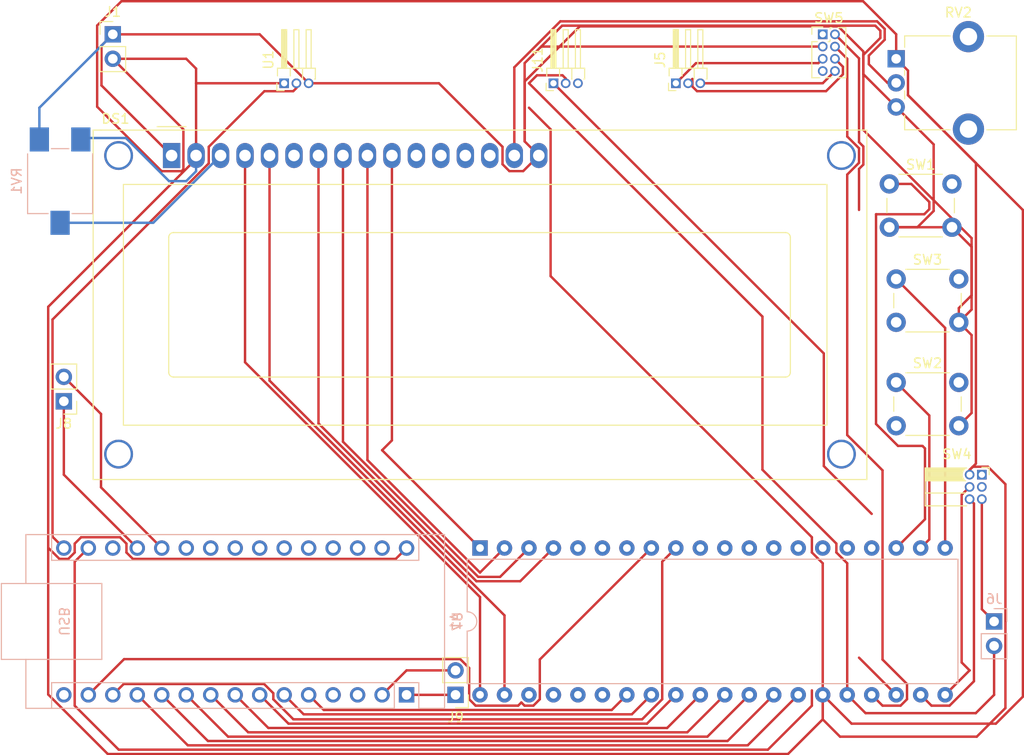
<source format=kicad_pcb>
(kicad_pcb (version 20221018) (generator pcbnew)
  (layers (0 "F.Cu" signal) (31 "B.Cu" signal) (34 "B.Paste" user) (35 "F.Paste" user) (36 "B.SilkS" user "B.Silkscreen") (37 "F.SilkS" user "F.Silkscreen") (38 "B.Mask" user) (39 "F.Mask" user) (44 "Edge.Cuts" user))
  (net 0 "")
  (net 1 "Net-(A1-D1{slash}TX)")
  (net 2 "Net-(A1-D0{slash}RX)")
  (net 5 "Net-(A1-D2)")
  (net 6 "Net-(A1-D3)")
  (net 7 "Net-(A1-D4)")
  (net 8 "Net-(A1-D5)")
  (net 9 "Net-(A1-D6)")
  (net 10 "Net-(A1-D7)")
  (net 11 "Net-(A1-D8)")
  (net 12 "Net-(A1-D9)")
  (net 13 "Net-(A1-D10)")
  (net 14 "Net-(A1-D11)")
  (net 16 "Net-(A1-D13)")
  (net 17 "Net-(A1-3V3)")
  (net 19 "Net-(A1-A0)")
  (net 20 "Net-(A1-A1)")
  (net 29 "Net-(DS1-VO)")
  (net 30 "Net-(DS1-RS)")
  (net 35 "Net-(DS1-LED(+))")
  (net 36 "-5V")
  (net 37 "GND")
  (net 38 "Net-(DS1-R{slash}W)")
  (net 40 "Net-(DS1-D0)")
  (net 41 "Net-(DS1-D1)")
  (net 42 "Net-(DS1-D2)")
  (net 43 "Net-(DS1-D3)")
  (net 44 "Net-(J5-Pin_1)")
  (net 45 "Net-(J5-Pin_2)")
  (net 46 "Net-(J5-Pin_3)")
  (net 47 "Net-(J11-Pin_2)")
  (net 48 "Net-(J11-Pin_1)")
  (net 49 "Net-(J11-Pin_3)")
  (net 50 "Net-(U7-PB0)")
  (net 51 "Net-(U7-PB1)")
  (net 52 "Net-(U7-PB2)")
  (net 53 "Net-(SW4B-A)")
  (net 55 "Net-(U7-PB5)")
  (net 56 "Net-(U7-PB6)")
  (net 59 "Net-(SW4B-C)")
  (net 64 "Net-(U7-PC3)")
  (net 65 "Net-(U7-PC2)")
  (net 66 "Net-(U7-PC1)")
  (net 67 "Net-(U7-PC0)")
  (net 68 "Net-(U7-PC4)")
  (net 69 "Net-(U7-PC5)")
  (net 70 "Net-(U7-PC6)")
  (net 71 "Net-(U7-PC7)")
  (footprint "Connector_PinHeader_1.27mm:PinHeader_2x04_P1.27mm_Vertical" (layer "F.Cu") (at 185.42 66.04)
    (fp_text reference "SW5" (at 0.635 -1.695) (layer "F.SilkS"))
    (fp_text value "headlights")
    (pad "1" thru_hole rect (at 0 0) (size 1 1) (drill 0.65) (layers "*.Cu" "*.Mask"))
    (pad "2" thru_hole oval (at 1.27 0) (size 1 1) (drill 0.65) (layers "*.Cu" "*.Mask") (net 55 "Net-(U7-PB5)"))
    (pad "3" thru_hole oval (at 0 1.27) (size 1 1) (drill 0.65) (layers "*.Cu" "*.Mask") (net 37 "GND"))
    (pad "4" thru_hole oval (at 1.27 1.27) (size 1 1) (drill 0.65) (layers "*.Cu" "*.Mask") (net 56 "Net-(U7-PB6)"))
    (pad "5" thru_hole oval (at 0 2.54) (size 1 1) (drill 0.65) (layers "*.Cu" "*.Mask") (net 44 "Net-(J5-Pin_1)"))
    (pad "6" thru_hole oval (at 1.27 2.54) (size 1 1) (drill 0.65) (layers "*.Cu" "*.Mask") (net 45 "Net-(J5-Pin_2)"))
    (pad "7" thru_hole oval (at 0 3.81) (size 1 1) (drill 0.65) (layers "*.Cu" "*.Mask") (net 36 "-5V"))
    (pad "8" thru_hole oval (at 1.27 3.81) (size 1 1) (drill 0.65) (layers "*.Cu" "*.Mask") (net 46 "Net-(J5-Pin_3)"))
  )
  (footprint "Button_Switch_THT:SW_PUSH_6mm_H4.3mm" (layer "F.Cu") (at 193.04 91.44)
    (fp_text reference "SW3" (at 3.25 -2) (layer "F.SilkS"))
    (fp_text value "Enter")
    (pad "1" thru_hole circle (at 0 0 90) (size 2 2) (drill 1.1) (layers "*.Cu" "*.Mask") (net 52 "Net-(U7-PB2)"))
    (pad "1" thru_hole circle (at 6.5 0 90) (size 2 2) (drill 1.1) (layers "*.Cu" "*.Mask") (net 52 "Net-(U7-PB2)"))
    (pad "2" thru_hole circle (at 0 4.5 90) (size 2 2) (drill 1.1) (layers "*.Cu" "*.Mask") (net 37 "GND"))
    (pad "2" thru_hole circle (at 6.5 4.5 90) (size 2 2) (drill 1.1) (layers "*.Cu" "*.Mask") (net 37 "GND"))
  )
  (footprint "Connector_PinHeader_1.27mm:PinHeader_1x03_P1.27mm_Horizontal" (layer "F.Cu") (at 129.54 71.12 90)
    (fp_text reference "U1" (at 2.4325 -1.635 90) (layer "F.SilkS"))
    (fp_text value "SM351LT")
    (pad "1" thru_hole rect (at 0 0 90) (size 1 1) (drill 0.65) (layers "*.Cu" "*.Mask") (net 36 "-5V"))
    (pad "2" thru_hole oval (at 0 1.27 90) (size 1 1) (drill 0.65) (layers "*.Cu" "*.Mask") (net 16 "Net-(A1-D13)"))
    (pad "3" thru_hole oval (at 0 2.54 90) (size 1 1) (drill 0.65) (layers "*.Cu" "*.Mask") (net 37 "GND"))
  )
  (footprint "Potentiometer_THT:Potentiometer_Alpha_RD901F-40-00D_Single_Vertical_CircularHoles" (layer "F.Cu") (at 193.04 68.58)
    (fp_text reference "RV2" (at 6.45 -4.8 180) (layer "F.SilkS"))
    (fp_text value "brightness")
    (pad "" thru_hole circle (at 7.5 -2.3 90) (size 3.24 3.24) (drill 1.8) (layers "*.Cu" "*.Mask"))
    (pad "" thru_hole circle (at 7.5 7.3 90) (size 3.24 3.24) (drill 1.8) (layers "*.Cu" "*.Mask"))
    (pad "1" thru_hole rect (at 0 0 90) (size 1.8 1.8) (drill 1) (layers "*.Cu" "*.Mask") (net 36 "-5V"))
    (pad "2" thru_hole circle (at 0 2.5 90) (size 1.8 1.8) (drill 1) (layers "*.Cu" "*.Mask") (net 35 "Net-(DS1-LED(+))"))
    (pad "3" thru_hole circle (at 0 5 90) (size 1.8 1.8) (drill 1) (layers "*.Cu" "*.Mask") (net 37 "GND"))
  )
  (footprint "Display:WC1602A" (layer "F.Cu") (at 117.86 78.6225)
    (fp_text reference "DS1" (at -5.82 -3.81) (layer "F.SilkS"))
    (fp_text value "WC1602A")
    (pad "" thru_hole circle (at -5.4991 0) (size 3 3) (drill 2.5) (layers "*.Cu" "*.Mask"))
    (pad "" thru_hole circle (at -5.4991 31.0007) (size 3 3) (drill 2.5) (layers "*.Cu" "*.Mask"))
    (pad "" thru_hole circle (at 69.49948 31.0007) (size 3 3) (drill 2.5) (layers "*.Cu" "*.Mask"))
    (pad "" thru_hole circle (at 69.5 0) (size 3 3) (drill 2.5) (layers "*.Cu" "*.Mask"))
    (pad "1" thru_hole rect (at 0 0) (size 1.8 2.6) (drill 1.2) (layers "*.Cu" "*.Mask") (net 37 "GND"))
    (pad "2" thru_hole oval (at 2.54 0) (size 1.8 2.6) (drill 1.2) (layers "*.Cu" "*.Mask") (net 36 "-5V"))
    (pad "3" thru_hole oval (at 5.08 0) (size 1.8 2.6) (drill 1.2) (layers "*.Cu" "*.Mask") (net 29 "Net-(DS1-VO)"))
    (pad "4" thru_hole oval (at 7.62 0) (size 1.8 2.6) (drill 1.2) (layers "*.Cu" "*.Mask") (net 30 "Net-(DS1-RS)"))
    (pad "5" thru_hole oval (at 10.16 0) (size 1.8 2.6) (drill 1.2) (layers "*.Cu" "*.Mask") (net 38 "Net-(DS1-R{slash}W)"))
    (pad "6" thru_hole oval (at 12.7 0) (size 1.8 2.6) (drill 1.2) (layers "*.Cu" "*.Mask"))
    (pad "7" thru_hole oval (at 15.24 0) (size 1.8 2.6) (drill 1.2) (layers "*.Cu" "*.Mask") (net 40 "Net-(DS1-D0)"))
    (pad "8" thru_hole oval (at 17.78 0) (size 1.8 2.6) (drill 1.2) (layers "*.Cu" "*.Mask") (net 41 "Net-(DS1-D1)"))
    (pad "9" thru_hole oval (at 20.32 0) (size 1.8 2.6) (drill 1.2) (layers "*.Cu" "*.Mask") (net 42 "Net-(DS1-D2)"))
    (pad "10" thru_hole oval (at 22.86 0) (size 1.8 2.6) (drill 1.2) (layers "*.Cu" "*.Mask") (net 43 "Net-(DS1-D3)"))
    (pad "11" thru_hole oval (at 25.4 0) (size 1.8 2.6) (drill 1.2) (layers "*.Cu" "*.Mask"))
    (pad "12" thru_hole oval (at 27.94 0) (size 1.8 2.6) (drill 1.2) (layers "*.Cu" "*.Mask"))
    (pad "13" thru_hole oval (at 30.48 0) (size 1.8 2.6) (drill 1.2) (layers "*.Cu" "*.Mask"))
    (pad "14" thru_hole oval (at 33.02 0) (size 1.8 2.6) (drill 1.2) (layers "*.Cu" "*.Mask"))
    (pad "15" thru_hole oval (at 35.56 0) (size 1.8 2.6) (drill 1.2) (layers "*.Cu" "*.Mask") (net 35 "Net-(DS1-LED(+))"))
    (pad "16" thru_hole oval (at 38.1 0) (size 1.8 2.6) (drill 1.2) (layers "*.Cu" "*.Mask") (net 37 "GND"))
  )
  (footprint "Connector_PinHeader_2.54mm:PinHeader_1x02_P2.54mm_Vertical" (layer "F.Cu") (at 147.32 134.62 180)
    (fp_text reference "J9" (at 0 -2.33) (layer "F.SilkS"))
    (fp_text value "serial")
    (pad "1" thru_hole rect (at 0 0 180) (size 1.7 1.7) (drill 1) (layers "*.Cu" "*.Mask") (net 1 "Net-(A1-D1{slash}TX)"))
    (pad "2" thru_hole oval (at 0 2.54 180) (size 1.7 1.7) (drill 1) (layers "*.Cu" "*.Mask") (net 2 "Net-(A1-D0{slash}RX)"))
  )
  (footprint "Connector_PinHeader_1.27mm:PinHeader_1x03_P1.27mm_Horizontal" (layer "F.Cu") (at 170.18 71.12 90)
    (fp_text reference "J5" (at 2.4325 -1.635 90) (layer "F.SilkS"))
    (fp_text value "headlight")
    (pad "1" thru_hole rect (at 0 0 90) (size 1 1) (drill 0.65) (layers "*.Cu" "*.Mask") (net 44 "Net-(J5-Pin_1)"))
    (pad "2" thru_hole oval (at 0 1.27 90) (size 1 1) (drill 0.65) (layers "*.Cu" "*.Mask") (net 45 "Net-(J5-Pin_2)"))
    (pad "3" thru_hole oval (at 0 2.54 90) (size 1 1) (drill 0.65) (layers "*.Cu" "*.Mask") (net 46 "Net-(J5-Pin_3)"))
  )
  (footprint "Button_Switch_THT:SW_PUSH_6mm_H4.3mm" (layer "F.Cu") (at 193.04 102.18)
    (fp_text reference "SW2" (at 3.25 -2) (layer "F.SilkS"))
    (fp_text value "Down / -")
    (pad "1" thru_hole circle (at 0 0 90) (size 2 2) (drill 1.1) (layers "*.Cu" "*.Mask") (net 51 "Net-(U7-PB1)"))
    (pad "1" thru_hole circle (at 6.5 0 90) (size 2 2) (drill 1.1) (layers "*.Cu" "*.Mask") (net 51 "Net-(U7-PB1)"))
    (pad "2" thru_hole circle (at 0 4.5 90) (size 2 2) (drill 1.1) (layers "*.Cu" "*.Mask") (net 37 "GND"))
    (pad "2" thru_hole circle (at 6.5 4.5 90) (size 2 2) (drill 1.1) (layers "*.Cu" "*.Mask") (net 37 "GND"))
  )
  (footprint "Connector_PinHeader_1.27mm:PinHeader_1x03_P1.27mm_Horizontal" (layer "F.Cu") (at 157.48 71.12 90)
    (fp_text reference "J11" (at 2.4325 -1.635 90) (layer "F.SilkS"))
    (fp_text value "misclights")
    (pad "1" thru_hole rect (at 0 0 90) (size 1 1) (drill 0.65) (layers "*.Cu" "*.Mask") (net 48 "Net-(J11-Pin_1)"))
    (pad "2" thru_hole oval (at 0 1.27 90) (size 1 1) (drill 0.65) (layers "*.Cu" "*.Mask") (net 47 "Net-(J11-Pin_2)"))
    (pad "3" thru_hole oval (at 0 2.54 90) (size 1 1) (drill 0.65) (layers "*.Cu" "*.Mask") (net 49 "Net-(J11-Pin_3)"))
  )
  (footprint "Button_Switch_THT:SW_PUSH_6mm_H4.3mm" (layer "F.Cu") (at 192.33 81.57)
    (fp_text reference "SW1" (at 3.25 -2) (layer "F.SilkS"))
    (fp_text value "Up / +")
    (pad "1" thru_hole circle (at 0 0 90) (size 2 2) (drill 1.1) (layers "*.Cu" "*.Mask") (net 50 "Net-(U7-PB0)"))
    (pad "1" thru_hole circle (at 6.5 0 90) (size 2 2) (drill 1.1) (layers "*.Cu" "*.Mask") (net 50 "Net-(U7-PB0)"))
    (pad "2" thru_hole circle (at 0 4.5 90) (size 2 2) (drill 1.1) (layers "*.Cu" "*.Mask") (net 37 "GND"))
    (pad "2" thru_hole circle (at 6.5 4.5 90) (size 2 2) (drill 1.1) (layers "*.Cu" "*.Mask") (net 37 "GND"))
  )
  (footprint "Connector_PinSocket_1.27mm:PinSocket_2x03_P1.27mm_Horizontal" (layer "F.Cu") (at 201.93 111.76)
    (fp_text reference "SW4" (at -2.5925 -2.135) (layer "F.SilkS"))
    (fp_text value "turn signals")
    (pad "1" thru_hole rect (at 0 0) (size 1 1) (drill 0.65) (layers "*.Cu" "*.Mask") (net 48 "Net-(J11-Pin_1)"))
    (pad "2" thru_hole oval (at -1.27 0) (size 1 1) (drill 0.65) (layers "*.Cu" "*.Mask") (net 36 "-5V"))
    (pad "3" thru_hole oval (at 0 1.27) (size 1 1) (drill 0.65) (layers "*.Cu" "*.Mask") (net 49 "Net-(J11-Pin_3)"))
    (pad "4" thru_hole oval (at -1.27 1.27) (size 1 1) (drill 0.65) (layers "*.Cu" "*.Mask") (net 53 "Net-(SW4B-A)"))
    (pad "5" thru_hole oval (at 0 2.54) (size 1 1) (drill 0.65) (layers "*.Cu" "*.Mask") (net 37 "GND"))
    (pad "6" thru_hole oval (at -1.27 2.54) (size 1 1) (drill 0.65) (layers "*.Cu" "*.Mask") (net 59 "Net-(SW4B-C)"))
  )
  (footprint "Connector_PinHeader_2.54mm:PinHeader_1x02_P2.54mm_Vertical" (layer "F.Cu") (at 111.76 66.04)
    (fp_text reference "J1" (at 0 -2.33) (layer "F.SilkS"))
    (fp_text value "5vin")
    (pad "1" thru_hole rect (at 0 0) (size 1.7 1.7) (drill 1) (layers "*.Cu" "*.Mask") (net 37 "GND"))
    (pad "2" thru_hole oval (at 0 2.54) (size 1.7 1.7) (drill 1) (layers "*.Cu" "*.Mask") (net 36 "-5V"))
  )
  (footprint "Connector_PinHeader_2.54mm:PinHeader_1x02_P2.54mm_Vertical" (layer "F.Cu") (at 106.68 104.14 180)
    (fp_text reference "J8" (at 0 -2.33) (layer "F.SilkS"))
    (fp_text value "AnalogIn")
    (pad "1" thru_hole rect (at 0 0 180) (size 1.7 1.7) (drill 1) (layers "*.Cu" "*.Mask") (net 19 "Net-(A1-A0)"))
    (pad "2" thru_hole oval (at 0 2.54 180) (size 1.7 1.7) (drill 1) (layers "*.Cu" "*.Mask") (net 20 "Net-(A1-A1)"))
  )
  (footprint "Potentiometer_SMD:Potentiometer_ACP_CA6-VSMD_Vertical_Hole" (layer "B.Cu") (at 106.29 81.28 -90)
    (fp_text reference "RV1" (at 0 4.5 90) (layer "B.SilkS") (effects (justify mirror)))
    (fp_text value "contrast")
    (pad "" np_thru_hole circle (at 0.275 0 270) (size 2.5 2.5) (drill 2.5) (layers "*.Cu" "*.Mask"))
    (pad "1" smd rect (at -4.325 -2.15 270) (size 2.5 2) (layers "B.Cu" "B.Paste" "B.Mask") (net 36 "-5V"))
    (pad "2" smd rect (at 4.325 0 270) (size 2.5 2) (layers "B.Cu" "B.Paste" "B.Mask") (net 29 "Net-(DS1-VO)"))
    (pad "3" smd rect (at -4.325 2.15 270) (size 2.5 2) (layers "B.Cu" "B.Paste" "B.Mask") (net 37 "GND"))
  )
  (footprint "Connector_PinHeader_2.54mm:PinHeader_1x02_P2.54mm_Vertical" (layer "B.Cu") (at 203.2 127 180)
    (fp_text reference "J6" (at 0 2.33) (layer "B.SilkS") (effects (justify mirror)))
    (fp_text value "brakesw")
    (pad "1" thru_hole rect (at 0 0 180) (size 1.7 1.7) (drill 1) (layers "*.Cu" "*.Mask") (net 37 "GND"))
    (pad "2" thru_hole oval (at 0 -2.54 180) (size 1.7 1.7) (drill 1) (layers "*.Cu" "*.Mask") (net 47 "Net-(J11-Pin_2)"))
  )
  (footprint "Module:Arduino_Nano" (layer "B.Cu") (at 142.24 134.62 90)
    (fp_text reference "A1" (at 7.62 5.08 90) (layer "B.SilkS") (effects (justify mirror)))
    (fp_text value "Arduino_Nano")
    (fp_text user "USB" (at 7.62 -35.56 270 unlocked) (layer "B.SilkS") (effects (justify mirror)))
    (pad "1" thru_hole rect (at 0 0 90) (size 1.6 1.6) (drill 1) (layers "*.Cu" "*.Mask") (net 1 "Net-(A1-D1{slash}TX)"))
    (pad "2" thru_hole oval (at 0 -2.54 90) (size 1.6 1.6) (drill 1) (layers "*.Cu" "*.Mask") (net 2 "Net-(A1-D0{slash}RX)"))
    (pad "3" thru_hole oval (at 0 -5.08 90) (size 1.6 1.6) (drill 1) (layers "*.Cu" "*.Mask"))
    (pad "4" thru_hole oval (at 0 -7.62 90) (size 1.6 1.6) (drill 1) (layers "*.Cu" "*.Mask"))
    (pad "5" thru_hole oval (at 0 -10.16 90) (size 1.6 1.6) (drill 1) (layers "*.Cu" "*.Mask") (net 5 "Net-(A1-D2)"))
    (pad "6" thru_hole oval (at 0 -12.7 90) (size 1.6 1.6) (drill 1) (layers "*.Cu" "*.Mask") (net 6 "Net-(A1-D3)"))
    (pad "7" thru_hole oval (at 0 -15.24 90) (size 1.6 1.6) (drill 1) (layers "*.Cu" "*.Mask") (net 7 "Net-(A1-D4)"))
    (pad "8" thru_hole oval (at 0 -17.78 90) (size 1.6 1.6) (drill 1) (layers "*.Cu" "*.Mask") (net 8 "Net-(A1-D5)"))
    (pad "9" thru_hole oval (at 0 -20.32 90) (size 1.6 1.6) (drill 1) (layers "*.Cu" "*.Mask") (net 9 "Net-(A1-D6)"))
    (pad "10" thru_hole oval (at 0 -22.86 90) (size 1.6 1.6) (drill 1) (layers "*.Cu" "*.Mask") (net 10 "Net-(A1-D7)"))
    (pad "11" thru_hole oval (at 0 -25.4 90) (size 1.6 1.6) (drill 1) (layers "*.Cu" "*.Mask") (net 11 "Net-(A1-D8)"))
    (pad "12" thru_hole oval (at 0 -27.94 90) (size 1.6 1.6) (drill 1) (layers "*.Cu" "*.Mask") (net 12 "Net-(A1-D9)"))
    (pad "13" thru_hole oval (at 0 -30.48 90) (size 1.6 1.6) (drill 1) (layers "*.Cu" "*.Mask") (net 13 "Net-(A1-D10)"))
    (pad "14" thru_hole oval (at 0 -33.02 90) (size 1.6 1.6) (drill 1) (layers "*.Cu" "*.Mask") (net 14 "Net-(A1-D11)"))
    (pad "15" thru_hole oval (at 0 -35.56 90) (size 1.6 1.6) (drill 1) (layers "*.Cu" "*.Mask"))
    (pad "16" thru_hole oval (at 15.24 -35.56 90) (size 1.6 1.6) (drill 1) (layers "*.Cu" "*.Mask") (net 16 "Net-(A1-D13)"))
    (pad "17" thru_hole oval (at 15.24 -33.02 90) (size 1.6 1.6) (drill 1) (layers "*.Cu" "*.Mask") (net 17 "Net-(A1-3V3)"))
    (pad "18" thru_hole oval (at 15.24 -30.48 90) (size 1.6 1.6) (drill 1) (layers "*.Cu" "*.Mask"))
    (pad "19" thru_hole oval (at 15.24 -27.94 90) (size 1.6 1.6) (drill 1) (layers "*.Cu" "*.Mask") (net 19 "Net-(A1-A0)"))
    (pad "20" thru_hole oval (at 15.24 -25.4 90) (size 1.6 1.6) (drill 1) (layers "*.Cu" "*.Mask") (net 20 "Net-(A1-A1)"))
    (pad "21" thru_hole oval (at 15.24 -22.86 90) (size 1.6 1.6) (drill 1) (layers "*.Cu" "*.Mask"))
    (pad "22" thru_hole oval (at 15.24 -20.32 90) (size 1.6 1.6) (drill 1) (layers "*.Cu" "*.Mask"))
    (pad "23" thru_hole oval (at 15.24 -17.78 90) (size 1.6 1.6) (drill 1) (layers "*.Cu" "*.Mask"))
    (pad "24" thru_hole oval (at 15.24 -15.24 90) (size 1.6 1.6) (drill 1) (layers "*.Cu" "*.Mask"))
    (pad "25" thru_hole oval (at 15.24 -12.7 90) (size 1.6 1.6) (drill 1) (layers "*.Cu" "*.Mask"))
    (pad "26" thru_hole oval (at 15.24 -10.16 90) (size 1.6 1.6) (drill 1) (layers "*.Cu" "*.Mask"))
    (pad "27" thru_hole oval (at 15.24 -7.62 90) (size 1.6 1.6) (drill 1) (layers "*.Cu" "*.Mask"))
    (pad "28" thru_hole oval (at 15.24 -5.08 90) (size 1.6 1.6) (drill 1) (layers "*.Cu" "*.Mask"))
    (pad "29" thru_hole oval (at 15.24 -2.54 90) (size 1.6 1.6) (drill 1) (layers "*.Cu" "*.Mask") (net 37 "GND"))
    (pad "30" thru_hole oval (at 15.24 0 90) (size 1.6 1.6) (drill 1) (layers "*.Cu" "*.Mask") (net 36 "-5V"))
  )
  (footprint "Package_DIP:DIP-40_W15.24mm" (layer "B.Cu") (at 149.86 119.375 -90)
    (fp_text reference "U7" (at 7.62 2.33 90) (layer "B.SilkS") (effects (justify mirror)))
    (fp_text value "8255")
    (pad "1" thru_hole rect (at 0 0 270) (size 1.6 1.6) (drill 0.8) (layers "*.Cu" "*.Mask") (net 43 "Net-(DS1-D3)"))
    (pad "2" thru_hole oval (at 0 -2.54 270) (size 1.6 1.6) (drill 0.8) (layers "*.Cu" "*.Mask") (net 42 "Net-(DS1-D2)"))
    (pad "3" thru_hole oval (at 0 -5.08 270) (size 1.6 1.6) (drill 0.8) (layers "*.Cu" "*.Mask") (net 41 "Net-(DS1-D1)"))
    (pad "4" thru_hole oval (at 0 -7.62 270) (size 1.6 1.6) (drill 0.8) (layers "*.Cu" "*.Mask") (net 40 "Net-(DS1-D0)"))
    (pad "5" thru_hole oval (at 0 -10.16 270) (size 1.6 1.6) (drill 0.8) (layers "*.Cu" "*.Mask"))
    (pad "6" thru_hole oval (at 0 -12.7 270) (size 1.6 1.6) (drill 0.8) (layers "*.Cu" "*.Mask"))
    (pad "7" thru_hole oval (at 0 -15.24 270) (size 1.6 1.6) (drill 0.8) (layers "*.Cu" "*.Mask") (net 37 "GND"))
    (pad "8" thru_hole oval (at 0 -17.78 270) (size 1.6 1.6) (drill 0.8) (layers "*.Cu" "*.Mask") (net 14 "Net-(A1-D11)"))
    (pad "9" thru_hole oval (at 0 -20.32 270) (size 1.6 1.6) (drill 0.8) (layers "*.Cu" "*.Mask") (net 13 "Net-(A1-D10)"))
    (pad "10" thru_hole oval (at 0 -22.86 270) (size 1.6 1.6) (drill 0.8) (layers "*.Cu" "*.Mask") (net 71 "Net-(U7-PC7)"))
    (pad "11" thru_hole oval (at 0 -25.4 270) (size 1.6 1.6) (drill 0.8) (layers "*.Cu" "*.Mask") (net 70 "Net-(U7-PC6)"))
    (pad "12" thru_hole oval (at 0 -27.94 270) (size 1.6 1.6) (drill 0.8) (layers "*.Cu" "*.Mask") (net 69 "Net-(U7-PC5)"))
    (pad "13" thru_hole oval (at 0 -30.48 270) (size 1.6 1.6) (drill 0.8) (layers "*.Cu" "*.Mask") (net 68 "Net-(U7-PC4)"))
    (pad "14" thru_hole oval (at 0 -33.02 270) (size 1.6 1.6) (drill 0.8) (layers "*.Cu" "*.Mask") (net 67 "Net-(U7-PC0)"))
    (pad "15" thru_hole oval (at 0 -35.56 270) (size 1.6 1.6) (drill 0.8) (layers "*.Cu" "*.Mask") (net 66 "Net-(U7-PC1)"))
    (pad "16" thru_hole oval (at 0 -38.1 270) (size 1.6 1.6) (drill 0.8) (layers "*.Cu" "*.Mask") (net 65 "Net-(U7-PC2)"))
    (pad "17" thru_hole oval (at 0 -40.64 270) (size 1.6 1.6) (drill 0.8) (layers "*.Cu" "*.Mask") (net 64 "Net-(U7-PC3)"))
    (pad "18" thru_hole oval (at 0 -43.18 270) (size 1.6 1.6) (drill 0.8) (layers "*.Cu" "*.Mask") (net 50 "Net-(U7-PB0)"))
    (pad "19" thru_hole oval (at 0 -45.72 270) (size 1.6 1.6) (drill 0.8) (layers "*.Cu" "*.Mask") (net 51 "Net-(U7-PB1)"))
    (pad "20" thru_hole oval (at 0 -48.26 270) (size 1.6 1.6) (drill 0.8) (layers "*.Cu" "*.Mask") (net 52 "Net-(U7-PB2)"))
    (pad "21" thru_hole oval (at 15.24 -48.26 270) (size 1.6 1.6) (drill 0.8) (layers "*.Cu" "*.Mask") (net 53 "Net-(SW4B-A)"))
    (pad "22" thru_hole oval (at 15.24 -45.72 270) (size 1.6 1.6) (drill 0.8) (layers "*.Cu" "*.Mask") (net 59 "Net-(SW4B-C)"))
    (pad "23" thru_hole oval (at 15.24 -43.18 270) (size 1.6 1.6) (drill 0.8) (layers "*.Cu" "*.Mask") (net 55 "Net-(U7-PB5)"))
    (pad "24" thru_hole oval (at 15.24 -40.64 270) (size 1.6 1.6) (drill 0.8) (layers "*.Cu" "*.Mask") (net 56 "Net-(U7-PB6)"))
    (pad "25" thru_hole oval (at 15.24 -38.1 270) (size 1.6 1.6) (drill 0.8) (layers "*.Cu" "*.Mask") (net 47 "Net-(J11-Pin_2)"))
    (pad "26" thru_hole oval (at 15.24 -35.56 270) (size 1.6 1.6) (drill 0.8) (layers "*.Cu" "*.Mask") (net 36 "-5V"))
    (pad "27" thru_hole oval (at 15.24 -33.02 270) (size 1.6 1.6) (drill 0.8) (layers "*.Cu" "*.Mask") (net 12 "Net-(A1-D9)"))
    (pad "28" thru_hole oval (at 15.24 -30.48 270) (size 1.6 1.6) (drill 0.8) (layers "*.Cu" "*.Mask") (net 11 "Net-(A1-D8)"))
    (pad "29" thru_hole oval (at 15.24 -27.94 270) (size 1.6 1.6) (drill 0.8) (layers "*.Cu" "*.Mask") (net 10 "Net-(A1-D7)"))
    (pad "30" thru_hole oval (at 15.24 -25.4 270) (size 1.6 1.6) (drill 0.8) (layers "*.Cu" "*.Mask") (net 9 "Net-(A1-D6)"))
    (pad "31" thru_hole oval (at 15.24 -22.86 270) (size 1.6 1.6) (drill 0.8) (layers "*.Cu" "*.Mask") (net 8 "Net-(A1-D5)"))
    (pad "32" thru_hole oval (at 15.24 -20.32 270) (size 1.6 1.6) (drill 0.8) (layers "*.Cu" "*.Mask") (net 7 "Net-(A1-D4)"))
    (pad "33" thru_hole oval (at 15.24 -17.78 270) (size 1.6 1.6) (drill 0.8) (layers "*.Cu" "*.Mask") (net 6 "Net-(A1-D3)"))
    (pad "34" thru_hole oval (at 15.24 -15.24 270) (size 1.6 1.6) (drill 0.8) (layers "*.Cu" "*.Mask") (net 5 "Net-(A1-D2)"))
    (pad "35" thru_hole oval (at 15.24 -12.7 270) (size 1.6 1.6) (drill 0.8) (layers "*.Cu" "*.Mask"))
    (pad "36" thru_hole oval (at 15.24 -10.16 270) (size 1.6 1.6) (drill 0.8) (layers "*.Cu" "*.Mask"))
    (pad "37" thru_hole oval (at 15.24 -7.62 270) (size 1.6 1.6) (drill 0.8) (layers "*.Cu" "*.Mask"))
    (pad "38" thru_hole oval (at 15.24 -5.08 270) (size 1.6 1.6) (drill 0.8) (layers "*.Cu" "*.Mask"))
    (pad "39" thru_hole oval (at 15.24 -2.54 270) (size 1.6 1.6) (drill 0.8) (layers "*.Cu" "*.Mask") (net 38 "Net-(DS1-R{slash}W)"))
    (pad "40" thru_hole oval (at 15.24 0 270) (size 1.6 1.6) (drill 0.8) (layers "*.Cu" "*.Mask") (net 30 "Net-(DS1-RS)"))
  )
  (segment (start 142.24 134.62) (end 147.32 134.62) (width 0.25) (layer "F.Cu") (net 1))
  (segment (start 147.32 132.08) (end 142.24 132.08) (width 0.25) (layer "F.Cu") (net 2))
  (segment (start 142.24 132.08) (end 139.7 134.62) (width 0.25) (layer "F.Cu") (net 2))
  (segment (start 163.525 136.19) (end 165.1 134.615) (width 0.25) (layer "F.Cu") (net 5))
  (segment (start 133.65 136.19) (end 163.525 136.19) (width 0.25) (layer "F.Cu") (net 5))
  (segment (start 132.08 134.62) (end 133.65 136.19) (width 0.25) (layer "F.Cu") (net 5))
  (segment (start 129.54 134.62) (end 131.56 136.64) (width 0.25) (layer "F.Cu") (net 6))
  (segment (start 165.615 136.64) (end 167.64 134.615) (width 0.25) (layer "F.Cu") (net 6))
  (segment (start 131.56 136.64) (end 165.615 136.64) (width 0.25) (layer "F.Cu") (net 6))
  (segment (start 127 134.62) (end 129.99 137.61) (width 0.25) (layer "F.Cu") (net 7))
  (segment (start 129.99 137.61) (end 167.185 137.61) (width 0.25) (layer "F.Cu") (net 7))
  (segment (start 167.185 137.61) (end 170.18 134.615) (width 0.25) (layer "F.Cu") (net 7))
  (segment (start 169.275 138.06) (end 172.72 134.615) (width 0.25) (layer "F.Cu") (net 8))
  (segment (start 127.9 138.06) (end 169.275 138.06) (width 0.25) (layer "F.Cu") (net 8))
  (segment (start 124.46 134.62) (end 127.9 138.06) (width 0.25) (layer "F.Cu") (net 8))
  (segment (start 171.365 138.51) (end 175.26 134.615) (width 0.25) (layer "F.Cu") (net 9))
  (segment (start 121.92 134.62) (end 125.81 138.51) (width 0.25) (layer "F.Cu") (net 9))
  (segment (start 125.81 138.51) (end 171.365 138.51) (width 0.25) (layer "F.Cu") (net 9))
  (segment (start 119.38 134.62) (end 123.72 138.96) (width 0.25) (layer "F.Cu") (net 10))
  (segment (start 173.455 138.96) (end 177.8 134.615) (width 0.25) (layer "F.Cu") (net 10))
  (segment (start 123.72 138.96) (end 173.455 138.96) (width 0.25) (layer "F.Cu") (net 10))
  (segment (start 121.63 139.41) (end 175.545 139.41) (width 0.25) (layer "F.Cu") (net 11))
  (segment (start 116.84 134.62) (end 121.63 139.41) (width 0.25) (layer "F.Cu") (net 11))
  (segment (start 175.545 139.41) (end 180.34 134.615) (width 0.25) (layer "F.Cu") (net 11))
  (segment (start 114.3 134.62) (end 119.54 139.86) (width 0.25) (layer "F.Cu") (net 12))
  (segment (start 177.635 139.86) (end 182.88 134.615) (width 0.25) (layer "F.Cu") (net 12))
  (segment (start 119.54 139.86) (end 177.635 139.86) (width 0.25) (layer "F.Cu") (net 12))
  (segment (start 128.415 135.078878) (end 128.415 134.451122) (width 0.25) (layer "F.Cu") (net 13))
  (segment (start 168.765 135.073878) (end 166.678878 137.16) (width 0.25) (layer "F.Cu") (net 13))
  (segment (start 127.458878 133.495) (end 112.885 133.495) (width 0.25) (layer "F.Cu") (net 13))
  (segment (start 170.18 119.375) (end 168.765 120.79) (width 0.25) (layer "F.Cu") (net 13))
  (segment (start 128.415 134.451122) (end 127.458878 133.495) (width 0.25) (layer "F.Cu") (net 13))
  (segment (start 166.678878 137.16) (end 130.496122 137.16) (width 0.25) (layer "F.Cu") (net 13))
  (segment (start 112.885 133.495) (end 111.76 134.62) (width 0.25) (layer "F.Cu") (net 13))
  (segment (start 168.765 120.79) (end 168.765 135.073878) (width 0.25) (layer "F.Cu") (net 13))
  (segment (start 130.496122 137.16) (end 128.415 135.078878) (width 0.25) (layer "F.Cu") (net 13))
  (segment (start 154.150561 135.409439) (end 154.481122 135.74) (width 0.25) (layer "F.Cu") (net 14))
  (segment (start 112.930344 130.909656) (end 147.80971 130.909656) (width 0.25) (layer "F.Cu") (net 14))
  (segment (start 147.80971 130.909656) (end 148.735 131.834946) (width 0.25) (layer "F.Cu") (net 14))
  (segment (start 156.065 130.95) (end 167.64 119.375) (width 0.25) (layer "F.Cu") (net 14))
  (segment (start 148.735 135.073878) (end 149.401122 135.74) (width 0.25) (layer "F.Cu") (net 14))
  (segment (start 153.82 135.74) (end 154.150561 135.409439) (width 0.25) (layer "F.Cu") (net 14))
  (segment (start 156.065 135.073878) (end 156.065 130.95) (width 0.25) (layer "F.Cu") (net 14))
  (segment (start 154.481122 135.74) (end 155.398878 135.74) (width 0.25) (layer "F.Cu") (net 14))
  (segment (start 109.22 134.62) (end 112.930344 130.909656) (width 0.25) (layer "F.Cu") (net 14))
  (segment (start 149.401122 135.74) (end 153.82 135.74) (width 0.25) (layer "F.Cu") (net 14))
  (segment (start 155.398878 135.74) (end 156.065 135.073878) (width 0.25) (layer "F.Cu") (net 14))
  (segment (start 148.735 131.834946) (end 148.735 135.073878) (width 0.25) (layer "F.Cu") (net 14))
  (segment (start 106.68 119.38) (end 105.505 118.205) (width 0.25) (layer "F.Cu") (net 16))
  (segment (start 121.715 79.438168) (end 121.715 77.716832) (width 0.25) (layer "F.Cu") (net 16))
  (segment (start 130.479911 71.945) (end 130.81 71.614911) (width 0.25) (layer "F.Cu") (net 16))
  (segment (start 105.505 118.205) (end 105.505 95.648168) (width 0.25) (layer "F.Cu") (net 16))
  (segment (start 130.81 71.614911) (end 130.81 71.12) (width 0.25) (layer "F.Cu") (net 16))
  (segment (start 121.715 77.716832) (end 127.486832 71.945) (width 0.25) (layer "F.Cu") (net 16))
  (segment (start 127.486832 71.945) (end 130.479911 71.945) (width 0.25) (layer "F.Cu") (net 16))
  (segment (start 105.505 95.648168) (end 121.715 79.438168) (width 0.25) (layer "F.Cu") (net 16))
  (segment (start 107.805 120.795) (end 109.22 119.38) (width 0.25) (layer "F.Cu") (net 17))
  (segment (start 107.805 135.745) (end 107.805 120.795) (width 0.25) (layer "F.Cu") (net 17))
  (segment (start 184.295 135.745) (end 179.73 140.31) (width 0.25) (layer "F.Cu") (net 17))
  (segment (start 112.37 140.31) (end 107.805 135.745) (width 0.25) (layer "F.Cu") (net 17))
  (segment (start 184.295 134.156122) (end 184.295 135.745) (width 0.25) (layer "F.Cu") (net 17))
  (segment (start 179.73 140.31) (end 112.37 140.31) (width 0.25) (layer "F.Cu") (net 17))
  (segment (start 106.68 111.76) (end 114.3 119.38) (width 0.25) (layer "F.Cu") (net 19))
  (segment (start 106.68 104.14) (end 106.68 111.76) (width 0.25) (layer "F.Cu") (net 19))
  (segment (start 116.84 119.38) (end 110.5359 113.0759) (width 0.25) (layer "F.Cu") (net 20))
  (segment (start 110.5359 105.4559) (end 106.68 101.6) (width 0.25) (layer "F.Cu") (net 20))
  (segment (start 110.5359 113.0759) (end 110.5359 105.4559) (width 0.25) (layer "F.Cu") (net 20))
  (segment (start 115.9575 85.605) (end 122.94 78.6225) (width 0.25) (layer "B.Cu") (net 29))
  (segment (start 106.29 85.605) (end 115.9575 85.605) (width 0.25) (layer "B.Cu") (net 29))
  (segment (start 125.48 100.085584) (end 125.48 78.6225) (width 0.25) (layer "F.Cu") (net 30))
  (segment (start 149.86 124.465584) (end 125.48 100.085584) (width 0.25) (layer "F.Cu") (net 30))
  (segment (start 149.86 134.615) (end 149.86 124.465584) (width 0.25) (layer "F.Cu") (net 30))
  (segment (start 192.14 71.08) (end 193.04 71.08) (width 0.25) (layer "F.Cu") (net 35))
  (segment (start 191.85 65.480812) (end 191.85 66.599188) (width 0.25) (layer "F.Cu") (net 35))
  (segment (start 190.204594 69.144594) (end 192.14 71.08) (width 0.25) (layer "F.Cu") (net 35))
  (segment (start 190.204594 68.244594) (end 190.204594 69.144594) (width 0.25) (layer "F.Cu") (net 35))
  (segment (start 191.059188 64.69) (end 191.85 65.480812) (width 0.25) (layer "F.Cu") (net 35))
  (segment (start 158.193604 64.69) (end 191.059188 64.69) (width 0.25) (layer "F.Cu") (net 35))
  (segment (start 191.85 66.599188) (end 190.204594 68.244594) (width 0.25) (layer "F.Cu") (net 35))
  (segment (start 153.42 78.6225) (end 153.42 69.463604) (width 0.25) (layer "F.Cu") (net 35))
  (segment (start 153.42 69.463604) (end 158.193604 64.69) (width 0.25) (layer "F.Cu") (net 35))
  (segment (start 111.76 68.58) (end 119.38 68.58) (width 0.25) (layer "F.Cu") (net 36))
  (segment (start 107.805 118.921122) (end 107.805 119.838878) (width 0.25) (layer "F.Cu") (net 36))
  (segment (start 142.24 119.38) (end 141.115 120.505) (width 0.25) (layer "F.Cu") (net 36))
  (segment (start 206.19 84.280646) (end 194.265 72.355646) (width 0.25) (layer "F.Cu") (net 36))
  (segment (start 185.42 137.165584) (end 185.42 120.958878) (width 0.25) (layer "F.Cu") (net 36))
  (segment (start 120.4 71.12) (end 120.4 78.6225) (width 0.25) (layer "F.Cu") (net 36))
  (segment (start 189.605584 62.6) (end 112.66 62.6) (width 0.25) (layer "F.Cu") (net 36))
  (segment (start 200.990089 110.935) (end 202.56462 110.935) (width 0.25) (layer "F.Cu") (net 36))
  (segment (start 120.4 78.987208) (end 120.4 78.6225) (width 0.25) (layer "F.Cu") (net 36))
  (segment (start 194.265 69.805) (end 193.04 68.58) (width 0.25) (layer "F.Cu") (net 36))
  (segment (start 193.04 66.034416) (end 189.605584 62.6) (width 0.25) (layer "F.Cu") (net 36))
  (segment (start 157.185 91.145) (end 157.185 75.905) (width 0.25) (layer "F.Cu") (net 36))
  (segment (start 113.175 118.921122) (end 112.508878 118.255) (width 0.25) (layer "F.Cu") (net 36))
  (segment (start 112.508878 118.255) (end 108.471122 118.255) (width 0.25) (layer "F.Cu") (net 36))
  (segment (start 119.085 75.905) (end 111.76 68.58) (width 0.25) (layer "F.Cu") (net 36))
  (segment (start 193.04 68.58) (end 193.04 66.034416) (width 0.25) (layer "F.Cu") (net 36))
  (segment (start 110.135 73.55712) (end 116.82538 80.2475) (width 0.25) (layer "F.Cu") (net 36))
  (segment (start 141.115 120.505) (end 113.841122 120.505) (width 0.25) (layer "F.Cu") (net 36))
  (segment (start 119.38 68.58) (end 120.4 69.6) (width 0.25) (layer "F.Cu") (net 36))
  (segment (start 204.375 135.990584) (end 201.405584 138.96) (width 0.25) (layer "F.Cu") (net 36))
  (segment (start 105.055 119.338878) (end 105.055 134.578878) (width 0.25) (layer "F.Cu") (net 36))
  (segment (start 200.66 111.76) (end 200.66 111.265089) (width 0.25) (layer "F.Cu") (net 36))
  (segment (start 201.405584 138.96) (end 187.214416 138.96) (width 0.25) (layer "F.Cu") (net 36))
  (segment (start 106.221122 120.505) (end 105.055 119.338878) (width 0.25) (layer "F.Cu") (net 36))
  (segment (start 185.42 120.958878) (end 184.295 119.833878) (width 0.25) (layer "F.Cu") (net 36))
  (segment (start 105.055 134.578878) (end 111.236122 140.76) (width 0.25) (layer "F.Cu") (net 36))
  (segment (start 111.236122 140.76) (end 181.82 140.76) (width 0.25) (layer "F.Cu") (net 36))
  (segment (start 204.375 112.74538) (end 204.375 135.990584) (width 0.25) (layer "F.Cu") (net 36))
  (segment (start 187.214416 138.96) (end 185.42 137.165584) (width 0.25) (layer "F.Cu") (net 36))
  (segment (start 120.4 69.6) (end 120.4 71.12) (width 0.25) (layer "F.Cu") (net 36))
  (segment (start 188.415 137.61) (end 203.386396 137.61) (width 0.25) (layer "F.Cu") (net 36))
  (segment (start 105.055 94.332208) (end 120.4 78.987208) (width 0.25) (layer "F.Cu") (net 36))
  (segment (start 185.42 137.16) (end 185.42 134.615) (width 0.25) (layer "F.Cu") (net 36))
  (segment (start 201.315 79.405646) (end 194.265 72.355646) (width 0.25) (layer "F.Cu") (net 36))
  (segment (start 157.185 75.905) (end 154.94 73.66) (width 0.25) (layer "F.Cu") (net 36))
  (segment (start 184.295 119.833878) (end 184.295 118.255) (width 0.25) (layer "F.Cu") (net 36))
  (segment (start 201.315 110.610089) (end 201.315 79.405646) (width 0.25) (layer "F.Cu") (net 36))
  (segment (start 107.805 119.838878) (end 107.138878 120.505) (width 0.25) (layer "F.Cu") (net 36))
  (segment (start 206.19 134.806396) (end 206.19 84.280646) (width 0.25) (layer "F.Cu") (net 36))
  (segment (start 113.841122 120.505) (end 113.175 119.838878) (width 0.25) (layer "F.Cu") (net 36))
  (segment (start 203.386396 137.61) (end 206.19 134.806396) (width 0.25) (layer "F.Cu") (net 36))
  (segment (start 181.82 140.76) (end 185.42 137.16) (width 0.25) (layer "F.Cu") (net 36))
  (segment (start 194.265 72.355646) (end 194.265 69.805) (width 0.25) (layer "F.Cu") (net 36))
  (segment (start 112.66 62.6) (end 110.135 65.125) (width 0.25) (layer "F.Cu") (net 36))
  (segment (start 107.138878 120.505) (end 106.221122 120.505) (width 0.25) (layer "F.Cu") (net 36))
  (segment (start 118.89462 80.2475) (end 119.085 80.05712) (width 0.25) (layer "F.Cu") (net 36))
  (segment (start 200.66 111.265089) (end 201.315 110.610089) (width 0.25) (layer "F.Cu") (net 36))
  (segment (start 185.42 134.615) (end 188.415 137.61) (width 0.25) (layer "F.Cu") (net 36))
  (segment (start 129.54 71.12) (end 120.4 71.12) (width 0.25) (layer "F.Cu") (net 36))
  (segment (start 108.471122 118.255) (end 107.805 118.921122) (width 0.25) (layer "F.Cu") (net 36))
  (segment (start 184.295 118.255) (end 157.185 91.145) (width 0.25) (layer "F.Cu") (net 36))
  (segment (start 110.135 65.125) (end 110.135 73.55712) (width 0.25) (layer "F.Cu") (net 36))
  (segment (start 105.055 119.338878) (end 105.055 94.332208) (width 0.25) (layer "F.Cu") (net 36))
  (segment (start 113.175 119.838878) (end 113.175 118.921122) (width 0.25) (layer "F.Cu") (net 36))
  (segment (start 119.085 80.05712) (end 119.085 75.905) (width 0.25) (layer "F.Cu") (net 36))
  (segment (start 202.56462 110.935) (end 204.375 112.74538) (width 0.25) (layer "F.Cu") (net 36))
  (segment (start 200.66 111.265089) (end 200.990089 110.935) (width 0.25) (layer "F.Cu") (net 36))
  (segment (start 116.82538 80.2475) (end 118.89462 80.2475) (width 0.25) (layer "F.Cu") (net 36))
  (segment (start 108.44 76.955) (end 108.592377 76.802623) (width 0.25) (layer "B.Cu") (net 36))
  (segment (start 117.597529 81.28) (end 119.38 81.28) (width 0.25) (layer "B.Cu") (net 36))
  (segment (start 120.4 80.26) (end 120.4 78.6225) (width 0.25) (layer "B.Cu") (net 36))
  (segment (start 113.120152 76.802623) (end 117.597529 81.28) (width 0.25) (layer "B.Cu") (net 36))
  (segment (start 108.592377 76.802623) (end 113.120152 76.802623) (width 0.25) (layer "B.Cu") (net 36))
  (segment (start 119.38 81.28) (end 120.4 80.26) (width 0.25) (layer "B.Cu") (net 36))
  (segment (start 189.635 68.177792) (end 191.4 66.412792) (width 0.25) (layer "F.Cu") (net 37))
  (segment (start 203.2 127) (end 201.93 125.73) (width 0.25) (layer "F.Cu") (net 37))
  (segment (start 152.195 77.716832) (end 152.195 79.528168) (width 0.25) (layer "F.Cu") (net 37))
  (segment (start 110.585 67.215) (end 111.76 66.04) (width 0.25) (layer "F.Cu") (net 37))
  (segment (start 110.585 71.3475) (end 110.585 67.215) (width 0.25) (layer "F.Cu") (net 37))
  (segment (start 152.195 79.528168) (end 152.909402 80.24257) (width 0.25) (layer "F.Cu") (net 37))
  (segment (start 199.54 95.94) (end 199.54 94.463604) (width 0.25) (layer "F.Cu") (net 37))
  (segment (start 200.865 88.105) (end 198.83 86.07) (width 0.25) (layer "F.Cu") (net 37))
  (segment (start 132.08 71.12) (end 127 66.04) (width 0.25) (layer "F.Cu") (net 37))
  (segment (start 200.865 97.265) (end 199.54 95.94) (width 0.25) (layer "F.Cu") (net 37))
  (segment (start 200.865 87.195812) (end 200.865 94.615) (width 0.25) (layer "F.Cu") (net 37))
  (segment (start 132.08 71.12) (end 145.598168 71.12) (width 0.25) (layer "F.Cu") (net 37))
  (segment (start 193.04 73.58) (end 196.93 77.47) (width 0.25) (layer "F.Cu") (net 37))
  (segment (start 127 66.04) (end 111.76 66.04) (width 0.25) (layer "F.Cu") (net 37))
  (segment (start 193.04 73.58) (end 189.635 70.175) (width 0.25) (layer "F.Cu") (net 37))
  (segment (start 190.872792 65.14) (end 158.38 65.14) (width 0.25) (layer "F.Cu") (net 37))
  (segment (start 154.49 77.1525) (end 154.49 70.933604) (width 0.25) (layer "F.Cu") (net 37))
  (segment (start 201.93 125.73) (end 201.93 114.3) (width 0.25) (layer "F.Cu") (net 37))
  (segment (start 117.86 78.6225) (end 110.585 71.3475) (width 0.25) (layer "F.Cu") (net 37))
  (segment (start 189.635 70.175) (end 189.635 68.177792) (width 0.25) (layer "F.Cu") (net 37))
  (segment (start 189.635 67.820075) (end 189.635 75.965812) (width 0.25) (layer "F.Cu") (net 37))
  (segment (start 154.33993 80.24257) (end 155.96 78.6225) (width 0.25) (layer "F.Cu") (net 37))
  (segment (start 154.49 77.1525) (end 154.49 69.03) (width 0.25) (layer "F.Cu") (net 37))
  (segment (start 196.93 84.379188) (end 195.239188 86.07) (width 0.25) (layer "F.Cu") (net 37))
  (segment (start 154.49 70.933604) (end 160.208604 65.215) (width 0.25) (layer "F.Cu") (net 37))
  (segment (start 187.029925 65.215) (end 189.635 67.820075) (width 0.25) (layer "F.Cu") (net 37))
  (segment (start 145.598168 71.12) (end 152.195 77.716832) (width 0.25) (layer "F.Cu") (net 37))
  (segment (start 152.909402 80.24257) (end 154.33993 80.24257) (width 0.25) (layer "F.Cu") (net 37))
  (segment (start 154.49 69.03) (end 156.21 67.31) (width 0.25) (layer "F.Cu") (net 37))
  (segment (start 200.865 93.138604) (end 200.865 88.105) (width 0.25) (layer "F.Cu") (net 37))
  (segment (start 196.93 77.47) (end 196.93 84.379188) (width 0.25) (layer "F.Cu") (net 37))
  (segment (start 199.54 106.68) (end 200.865 105.355) (width 0.25) (layer "F.Cu") (net 37))
  (segment (start 160.208604 65.215) (end 187.029925 65.215) (width 0.25) (layer "F.Cu") (net 37))
  (segment (start 200.865 105.355) (end 200.865 97.265) (width 0.25) (layer "F.Cu") (net 37))
  (segment (start 191.4 66.412792) (end 191.4 65.667208) (width 0.25) (layer "F.Cu") (net 37))
  (segment (start 156.21 67.31) (end 185.42 67.31) (width 0.25) (layer "F.Cu") (net 37))
  (segment (start 158.38 65.14) (end 156.21 67.31) (width 0.25) (layer "F.Cu") (net 37))
  (segment (start 198.83 86.07) (end 192.33 86.07) (width 0.25) (layer "F.Cu") (net 37))
  (segment (start 191.4 65.667208) (end 190.872792 65.14) (width 0.25) (layer "F.Cu") (net 37))
  (segment (start 199.54 94.463604) (end 200.865 93.138604) (width 0.25) (layer "F.Cu") (net 37))
  (segment (start 195.239188 86.07) (end 192.33 86.07) (width 0.25) (layer "F.Cu") (net 37))
  (segment (start 189.635 75.965812) (end 200.865 87.195812) (width 0.25) (layer "F.Cu") (net 37))
  (segment (start 200.865 94.615) (end 199.54 95.94) (width 0.25) (layer "F.Cu") (net 37))
  (segment (start 155.96 78.6225) (end 154.49 77.1525) (width 0.25) (layer "F.Cu") (net 37))
  (segment (start 104.14 76.955) (end 104.14 73.66) (width 0.25) (layer "B.Cu") (net 37))
  (segment (start 104.14 73.66) (end 111.76 66.04) (width 0.25) (layer "B.Cu") (net 37))
  (segment (start 152.4 126.369188) (end 152.4 134.615) (width 0.25) (layer "F.Cu") (net 38))
  (segment (start 128.02 78.6225) (end 128.02 101.989188) (width 0.25) (layer "F.Cu") (net 38))
  (segment (start 128.02 101.989188) (end 152.4 126.369188) (width 0.25) (layer "F.Cu") (net 38))
  (segment (start 133.1 106.432792) (end 149.487208 122.82) (width 0.25) (layer "F.Cu") (net 40))
  (segment (start 133.1 78.6225) (end 133.1 106.432792) (width 0.25) (layer "F.Cu") (net 40))
  (segment (start 149.487208 122.82) (end 154.035 122.82) (width 0.25) (layer "F.Cu") (net 40))
  (segment (start 154.035 122.82) (end 157.48 119.375) (width 0.25) (layer "F.Cu") (net 40))
  (segment (start 149.673604 122.37) (end 135.64 108.336396) (width 0.25) (layer "F.Cu") (net 41))
  (segment (start 135.64 108.336396) (end 135.64 78.6225) (width 0.25) (layer "F.Cu") (net 41))
  (segment (start 154.94 119.375) (end 151.945 122.37) (width 0.25) (layer "F.Cu") (net 41))
  (segment (start 151.945 122.37) (end 149.673604 122.37) (width 0.25) (layer "F.Cu") (net 41))
  (segment (start 149.86 121.915) (end 152.4 119.375) (width 0.25) (layer "F.Cu") (net 42))
  (segment (start 149.86 121.92) (end 149.86 121.915) (width 0.25) (layer "F.Cu") (net 42))
  (segment (start 138.18 78.6225) (end 138.18 110.24) (width 0.25) (layer "F.Cu") (net 42))
  (segment (start 138.18 110.24) (end 149.86 121.92) (width 0.25) (layer "F.Cu") (net 42))
  (segment (start 139.7 109.22) (end 140.72 108.2) (width 0.25) (layer "F.Cu") (net 43))
  (segment (start 139.705 109.22) (end 139.7 109.22) (width 0.25) (layer "F.Cu") (net 43))
  (segment (start 140.72 108.2) (end 140.72 78.6225) (width 0.25) (layer "F.Cu") (net 43))
  (segment (start 149.86 119.375) (end 139.705 109.22) (width 0.25) (layer "F.Cu") (net 43))
  (segment (start 172.27 69.03) (end 170.18 71.12) (width 0.25) (layer "F.Cu") (net 44))
  (segment (start 184.97 69.03) (end 172.27 69.03) (width 0.25) (layer "F.Cu") (net 44))
  (segment (start 185.42 68.58) (end 184.97 69.03) (width 0.25) (layer "F.Cu") (net 44))
  (segment (start 185.765014 71.939911) (end 187.515 70.189925) (width 0.25) (layer "F.Cu") (net 45))
  (segment (start 187.515 69.405) (end 186.69 68.58) (width 0.25) (layer "F.Cu") (net 45))
  (segment (start 171.895 71.459925) (end 172.374986 71.939911) (width 0.25) (layer "F.Cu") (net 45))
  (segment (start 187.515 70.189925) (end 187.515 69.405) (width 0.25) (layer "F.Cu") (net 45))
  (segment (start 171.45 71.12) (end 171.895 70.675) (width 0.25) (layer "F.Cu") (net 45))
  (segment (start 172.374986 71.939911) (end 185.765014 71.939911) (width 0.25) (layer "F.Cu") (net 45))
  (segment (start 171.895 70.675) (end 171.895 71.459925) (width 0.25) (layer "F.Cu") (net 45))
  (segment (start 185.42 71.12) (end 186.69 69.85) (width 0.25) (layer "F.Cu") (net 46))
  (segment (start 172.72 71.12) (end 185.42 71.12) (width 0.25) (layer "F.Cu") (net 46))
  (segment (start 187.96 134.615) (end 187.96 120.958878) (width 0.25) (layer "F.Cu") (net 47))
  (segment (start 203.2 134.62) (end 203.2 129.54) (width 0.25) (layer "F.Cu") (net 47))
  (segment (start 186.835 119.833878) (end 187.96 120.958878) (width 0.25) (layer "F.Cu") (net 47))
  (segment (start 201.301396 136.518604) (end 203.2 134.62) (width 0.25) (layer "F.Cu") (net 47))
  (segment (start 158.419911 70.295) (end 158.75 70.625089) (width 0.25) (layer "F.Cu") (net 47))
  (segment (start 187.96 134.615) (end 189.863604 136.518604) (width 0.25) (layer "F.Cu") (net 47))
  (segment (start 179.165 111.246122) (end 186.835 118.916122) (width 0.25) (layer "F.Cu") (net 47))
  (segment (start 179.165 95.345) (end 154.94 71.12) (width 0.25) (layer "F.Cu") (net 47))
  (segment (start 189.863604 136.518604) (end 201.301396 136.518604) (width 0.25) (layer "F.Cu") (net 47))
  (segment (start 158.75 70.625089) (end 158.75 71.12) (width 0.25) (layer "F.Cu") (net 47))
  (segment (start 179.165 95.345) (end 179.165 111.246122) (width 0.25) (layer "F.Cu") (net 47))
  (segment (start 186.835 118.916122) (end 186.835 119.833878) (width 0.25) (layer "F.Cu") (net 47))
  (segment (start 154.94 71.12) (end 155.765 70.295) (width 0.25) (layer "F.Cu") (net 47))
  (segment (start 155.765 70.295) (end 158.419911 70.295) (width 0.25) (layer "F.Cu") (net 47))
  (segment (start 185.53448 99.17448) (end 185.53448 110.865292) (width 0.25) (layer "F.Cu") (net 48))
  (segment (start 157.48 71.12) (end 185.53448 99.17448) (width 0.25) (layer "F.Cu") (net 48))
  (segment (start 185.53448 110.865292) (end 190.5 115.830812) (width 0.25) (layer "F.Cu") (net 48))
  (segment (start 193.226396 108.77) (end 190.95 106.493604) (width 0.25) (layer "F.Cu") (net 50))
  (segment (start 194.602792 81.57) (end 192.33 81.57) (width 0.25) (layer "F.Cu") (net 50))
  (segment (start 196.48 84.192792) (end 196.48 83.447208) (width 0.25) (layer "F.Cu") (net 50))
  (segment (start 196.03 116.385) (end 196.03 109.033604) (width 0.25) (layer "F.Cu") (net 50))
  (segment (start 190.95 84.72) (end 195.952792 84.72) (width 0.25) (layer "F.Cu") (net 50))
  (segment (start 196.03 109.033604) (end 195.766396 108.77) (width 0.25) (layer "F.Cu") (net 50))
  (segment (start 195.766396 108.77) (end 193.226396 108.77) (width 0.25) (layer "F.Cu") (net 50))
  (segment (start 193.04 119.375) (end 196.03 116.385) (width 0.25) (layer "F.Cu") (net 50))
  (segment (start 190.95 106.493604) (end 190.95 84.72) (width 0.25) (layer "F.Cu") (net 50))
  (segment (start 195.952792 84.72) (end 196.48 84.192792) (width 0.25) (layer "F.Cu") (net 50))
  (segment (start 196.48 83.447208) (end 194.602792 81.57) (width 0.25) (layer "F.Cu") (net 50))
  (segment (start 196.48 118.475) (end 196.48 105.62) (width 0.25) (layer "F.Cu") (net 51))
  (segment (start 195.58 119.375) (end 196.48 118.475) (width 0.25) (layer "F.Cu") (net 51))
  (segment (start 196.48 105.62) (end 193.04 102.18) (width 0.25) (layer "F.Cu") (net 51))
  (segment (start 198.12 96.52) (end 193.04 91.44) (width 0.25) (layer "F.Cu") (net 52))
  (segment (start 198.12 119.375) (end 198.12 96.52) (width 0.25) (layer "F.Cu") (net 52))
  (segment (start 198.12 134.615) (end 200.655 132.08) (width 0.25) (layer "F.Cu") (net 53))
  (segment (start 199.835 113.855) (end 200.66 113.03) (width 0.25) (layer "F.Cu") (net 53))
  (segment (start 200.655 132.08) (end 200.66 132.08) (width 0.25) (layer "F.Cu") (net 53))
  (segment (start 199.835 131.255) (end 199.835 113.855) (width 0.25) (layer "F.Cu") (net 53))
  (segment (start 200.66 132.08) (end 199.835 131.255) (width 0.25) (layer "F.Cu") (net 53))
  (segment (start 189.635 77.681975) (end 189.185 77.231975) (width 0.25) (layer "F.Cu") (net 55))
  (segment (start 189.185 77.231975) (end 189.185 68.535) (width 0.25) (layer "F.Cu") (net 55))
  (segment (start 189.185 80.013025) (end 189.635 79.563025) (width 0.25) (layer "F.Cu") (net 55))
  (segment (start 189.185 84.27) (end 189.185 80.013025) (width 0.25) (layer "F.Cu") (net 55))
  (segment (start 189.635 79.563025) (end 189.635 77.681975) (width 0.25) (layer "F.Cu") (net 55))
  (segment (start 193.04 134.615) (end 189.185 130.76) (width 0.25) (layer "F.Cu") (net 55))
  (segment (start 189.185 68.535) (end 186.69 66.04) (width 0.25) (layer "F.Cu") (net 55))
  (segment (start 194.165 135.073878) (end 194.165 133.495) (width 0.25) (layer "F.Cu") (net 56))
  (segment (start 187.96 107.644591) (end 187.96 80.601629) (width 0.25) (layer "F.Cu") (net 56))
  (segment (start 187.965 68.585) (end 186.69 67.31) (width 0.25) (layer "F.Cu") (net 56))
  (segment (start 189.185 79.376629) (end 189.185 77.868371) (width 0.25) (layer "F.Cu") (net 56))
  (segment (start 193.498878 135.74) (end 194.165 135.073878) (width 0.25) (layer "F.Cu") (net 56))
  (segment (start 191.625 130.955) (end 191.625 111.309591) (width 0.25) (layer "F.Cu") (net 56))
  (segment (start 191.625 135.74) (end 193.498878 135.74) (width 0.25) (layer "F.Cu") (net 56))
  (segment (start 187.965 76.648371) (end 187.965 68.585) (width 0.25) (layer "F.Cu") (net 56))
  (segment (start 189.185 77.868371) (end 187.965 76.648371) (width 0.25) (layer "F.Cu") (net 56))
  (segment (start 187.96 80.601629) (end 189.185 79.376629) (width 0.25) (layer "F.Cu") (net 56))
  (segment (start 191.625 111.309591) (end 187.96 107.644591) (width 0.25) (layer "F.Cu") (net 56))
  (segment (start 190.5 134.615) (end 191.625 135.74) (width 0.25) (layer "F.Cu") (net 56))
  (segment (start 194.165 133.495) (end 191.625 130.955) (width 0.25) (layer "F.Cu") (net 56))
  (segment (start 201.11 133.208878) (end 198.578878 135.74) (width 0.25) (layer "F.Cu") (net 59))
  (segment (start 196.705 135.74) (end 195.58 134.615) (width 0.25) (layer "F.Cu") (net 59))
  (segment (start 198.578878 135.74) (end 196.705 135.74) (width 0.25) (layer "F.Cu") (net 59))
  (segment (start 200.66 114.3) (end 201.11 114.75) (width 0.25) (layer "F.Cu") (net 59))
  (segment (start 201.11 114.75) (end 201.11 133.208878) (width 0.25) (layer "F.Cu") (net 59))
)
</source>
